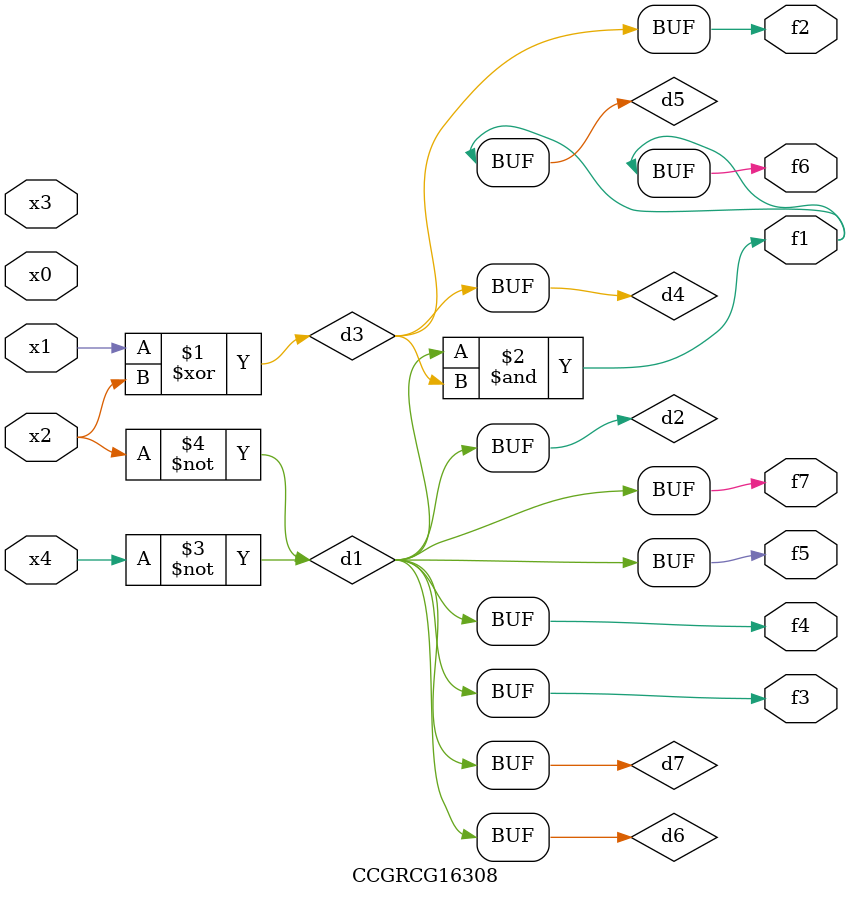
<source format=v>
module CCGRCG16308(
	input x0, x1, x2, x3, x4,
	output f1, f2, f3, f4, f5, f6, f7
);

	wire d1, d2, d3, d4, d5, d6, d7;

	not (d1, x4);
	not (d2, x2);
	xor (d3, x1, x2);
	buf (d4, d3);
	and (d5, d1, d3);
	buf (d6, d1, d2);
	buf (d7, d2);
	assign f1 = d5;
	assign f2 = d4;
	assign f3 = d7;
	assign f4 = d7;
	assign f5 = d7;
	assign f6 = d5;
	assign f7 = d7;
endmodule

</source>
